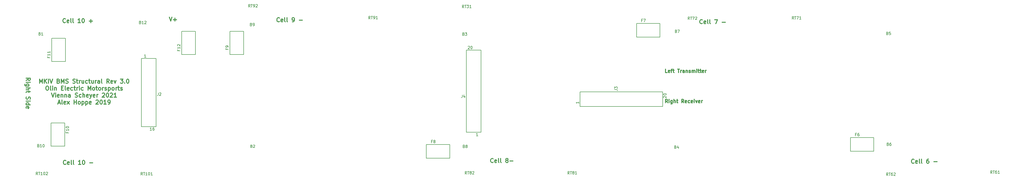
<source format=gbr>
G04 #@! TF.GenerationSoftware,KiCad,Pcbnew,5.0.2-bee76a0~70~ubuntu16.04.1*
G04 #@! TF.CreationDate,2019-05-02T01:50:19-04:00*
G04 #@! TF.ProjectId,BMS_Structural,424d535f-5374-4727-9563-747572616c2e,rev?*
G04 #@! TF.SameCoordinates,Original*
G04 #@! TF.FileFunction,Legend,Top*
G04 #@! TF.FilePolarity,Positive*
%FSLAX46Y46*%
G04 Gerber Fmt 4.6, Leading zero omitted, Abs format (unit mm)*
G04 Created by KiCad (PCBNEW 5.0.2-bee76a0~70~ubuntu16.04.1) date Thu 02 May 2019 01:50:19 AM EDT*
%MOMM*%
%LPD*%
G01*
G04 APERTURE LIST*
%ADD10C,0.300000*%
%ADD11C,0.150000*%
G04 APERTURE END LIST*
D10*
X22581828Y-49304571D02*
X22581828Y-47804571D01*
X23081828Y-48876000D01*
X23581828Y-47804571D01*
X23581828Y-49304571D01*
X24296114Y-49304571D02*
X24296114Y-47804571D01*
X25153257Y-49304571D02*
X24510400Y-48447428D01*
X25153257Y-47804571D02*
X24296114Y-48661714D01*
X25796114Y-49304571D02*
X25796114Y-47804571D01*
X26296114Y-47804571D02*
X26796114Y-49304571D01*
X27296114Y-47804571D01*
X29438971Y-48518857D02*
X29653257Y-48590285D01*
X29724685Y-48661714D01*
X29796114Y-48804571D01*
X29796114Y-49018857D01*
X29724685Y-49161714D01*
X29653257Y-49233142D01*
X29510400Y-49304571D01*
X28938971Y-49304571D01*
X28938971Y-47804571D01*
X29438971Y-47804571D01*
X29581828Y-47876000D01*
X29653257Y-47947428D01*
X29724685Y-48090285D01*
X29724685Y-48233142D01*
X29653257Y-48376000D01*
X29581828Y-48447428D01*
X29438971Y-48518857D01*
X28938971Y-48518857D01*
X30438971Y-49304571D02*
X30438971Y-47804571D01*
X30938971Y-48876000D01*
X31438971Y-47804571D01*
X31438971Y-49304571D01*
X32081828Y-49233142D02*
X32296114Y-49304571D01*
X32653257Y-49304571D01*
X32796114Y-49233142D01*
X32867542Y-49161714D01*
X32938971Y-49018857D01*
X32938971Y-48876000D01*
X32867542Y-48733142D01*
X32796114Y-48661714D01*
X32653257Y-48590285D01*
X32367542Y-48518857D01*
X32224685Y-48447428D01*
X32153257Y-48376000D01*
X32081828Y-48233142D01*
X32081828Y-48090285D01*
X32153257Y-47947428D01*
X32224685Y-47876000D01*
X32367542Y-47804571D01*
X32724685Y-47804571D01*
X32938971Y-47876000D01*
X34653257Y-49233142D02*
X34867542Y-49304571D01*
X35224685Y-49304571D01*
X35367542Y-49233142D01*
X35438971Y-49161714D01*
X35510400Y-49018857D01*
X35510400Y-48876000D01*
X35438971Y-48733142D01*
X35367542Y-48661714D01*
X35224685Y-48590285D01*
X34938971Y-48518857D01*
X34796114Y-48447428D01*
X34724685Y-48376000D01*
X34653257Y-48233142D01*
X34653257Y-48090285D01*
X34724685Y-47947428D01*
X34796114Y-47876000D01*
X34938971Y-47804571D01*
X35296114Y-47804571D01*
X35510400Y-47876000D01*
X35938971Y-48304571D02*
X36510400Y-48304571D01*
X36153257Y-47804571D02*
X36153257Y-49090285D01*
X36224685Y-49233142D01*
X36367542Y-49304571D01*
X36510400Y-49304571D01*
X37010400Y-49304571D02*
X37010400Y-48304571D01*
X37010400Y-48590285D02*
X37081828Y-48447428D01*
X37153257Y-48376000D01*
X37296114Y-48304571D01*
X37438971Y-48304571D01*
X38581828Y-48304571D02*
X38581828Y-49304571D01*
X37938971Y-48304571D02*
X37938971Y-49090285D01*
X38010400Y-49233142D01*
X38153257Y-49304571D01*
X38367542Y-49304571D01*
X38510400Y-49233142D01*
X38581828Y-49161714D01*
X39938971Y-49233142D02*
X39796114Y-49304571D01*
X39510400Y-49304571D01*
X39367542Y-49233142D01*
X39296114Y-49161714D01*
X39224685Y-49018857D01*
X39224685Y-48590285D01*
X39296114Y-48447428D01*
X39367542Y-48376000D01*
X39510400Y-48304571D01*
X39796114Y-48304571D01*
X39938971Y-48376000D01*
X40367542Y-48304571D02*
X40938971Y-48304571D01*
X40581828Y-47804571D02*
X40581828Y-49090285D01*
X40653257Y-49233142D01*
X40796114Y-49304571D01*
X40938971Y-49304571D01*
X42081828Y-48304571D02*
X42081828Y-49304571D01*
X41438971Y-48304571D02*
X41438971Y-49090285D01*
X41510400Y-49233142D01*
X41653257Y-49304571D01*
X41867542Y-49304571D01*
X42010400Y-49233142D01*
X42081828Y-49161714D01*
X42796114Y-49304571D02*
X42796114Y-48304571D01*
X42796114Y-48590285D02*
X42867542Y-48447428D01*
X42938971Y-48376000D01*
X43081828Y-48304571D01*
X43224685Y-48304571D01*
X44367542Y-49304571D02*
X44367542Y-48518857D01*
X44296114Y-48376000D01*
X44153257Y-48304571D01*
X43867542Y-48304571D01*
X43724685Y-48376000D01*
X44367542Y-49233142D02*
X44224685Y-49304571D01*
X43867542Y-49304571D01*
X43724685Y-49233142D01*
X43653257Y-49090285D01*
X43653257Y-48947428D01*
X43724685Y-48804571D01*
X43867542Y-48733142D01*
X44224685Y-48733142D01*
X44367542Y-48661714D01*
X45296114Y-49304571D02*
X45153257Y-49233142D01*
X45081828Y-49090285D01*
X45081828Y-47804571D01*
X47867542Y-49304571D02*
X47367542Y-48590285D01*
X47010400Y-49304571D02*
X47010400Y-47804571D01*
X47581828Y-47804571D01*
X47724685Y-47876000D01*
X47796114Y-47947428D01*
X47867542Y-48090285D01*
X47867542Y-48304571D01*
X47796114Y-48447428D01*
X47724685Y-48518857D01*
X47581828Y-48590285D01*
X47010400Y-48590285D01*
X49081828Y-49233142D02*
X48938971Y-49304571D01*
X48653257Y-49304571D01*
X48510400Y-49233142D01*
X48438971Y-49090285D01*
X48438971Y-48518857D01*
X48510400Y-48376000D01*
X48653257Y-48304571D01*
X48938971Y-48304571D01*
X49081828Y-48376000D01*
X49153257Y-48518857D01*
X49153257Y-48661714D01*
X48438971Y-48804571D01*
X49653257Y-48304571D02*
X50010400Y-49304571D01*
X50367542Y-48304571D01*
X51938971Y-47804571D02*
X52867542Y-47804571D01*
X52367542Y-48376000D01*
X52581828Y-48376000D01*
X52724685Y-48447428D01*
X52796114Y-48518857D01*
X52867542Y-48661714D01*
X52867542Y-49018857D01*
X52796114Y-49161714D01*
X52724685Y-49233142D01*
X52581828Y-49304571D01*
X52153257Y-49304571D01*
X52010400Y-49233142D01*
X51938971Y-49161714D01*
X53510400Y-49161714D02*
X53581828Y-49233142D01*
X53510400Y-49304571D01*
X53438971Y-49233142D01*
X53510400Y-49161714D01*
X53510400Y-49304571D01*
X54510400Y-47804571D02*
X54653257Y-47804571D01*
X54796114Y-47876000D01*
X54867542Y-47947428D01*
X54938971Y-48090285D01*
X55010400Y-48376000D01*
X55010400Y-48733142D01*
X54938971Y-49018857D01*
X54867542Y-49161714D01*
X54796114Y-49233142D01*
X54653257Y-49304571D01*
X54510400Y-49304571D01*
X54367542Y-49233142D01*
X54296114Y-49161714D01*
X54224685Y-49018857D01*
X54153257Y-48733142D01*
X54153257Y-48376000D01*
X54224685Y-48090285D01*
X54296114Y-47947428D01*
X54367542Y-47876000D01*
X54510400Y-47804571D01*
X25224685Y-50354571D02*
X25510399Y-50354571D01*
X25653257Y-50426000D01*
X25796114Y-50568857D01*
X25867542Y-50854571D01*
X25867542Y-51354571D01*
X25796114Y-51640285D01*
X25653257Y-51783142D01*
X25510399Y-51854571D01*
X25224685Y-51854571D01*
X25081828Y-51783142D01*
X24938971Y-51640285D01*
X24867542Y-51354571D01*
X24867542Y-50854571D01*
X24938971Y-50568857D01*
X25081828Y-50426000D01*
X25224685Y-50354571D01*
X26724685Y-51854571D02*
X26581828Y-51783142D01*
X26510399Y-51640285D01*
X26510399Y-50354571D01*
X27296114Y-51854571D02*
X27296114Y-50854571D01*
X27296114Y-50354571D02*
X27224685Y-50426000D01*
X27296114Y-50497428D01*
X27367542Y-50426000D01*
X27296114Y-50354571D01*
X27296114Y-50497428D01*
X28010399Y-50854571D02*
X28010399Y-51854571D01*
X28010399Y-50997428D02*
X28081828Y-50926000D01*
X28224685Y-50854571D01*
X28438971Y-50854571D01*
X28581828Y-50926000D01*
X28653257Y-51068857D01*
X28653257Y-51854571D01*
X30510399Y-51068857D02*
X31010399Y-51068857D01*
X31224685Y-51854571D02*
X30510399Y-51854571D01*
X30510399Y-50354571D01*
X31224685Y-50354571D01*
X32081828Y-51854571D02*
X31938971Y-51783142D01*
X31867542Y-51640285D01*
X31867542Y-50354571D01*
X33224685Y-51783142D02*
X33081828Y-51854571D01*
X32796114Y-51854571D01*
X32653257Y-51783142D01*
X32581828Y-51640285D01*
X32581828Y-51068857D01*
X32653257Y-50926000D01*
X32796114Y-50854571D01*
X33081828Y-50854571D01*
X33224685Y-50926000D01*
X33296114Y-51068857D01*
X33296114Y-51211714D01*
X32581828Y-51354571D01*
X34581828Y-51783142D02*
X34438971Y-51854571D01*
X34153257Y-51854571D01*
X34010400Y-51783142D01*
X33938971Y-51711714D01*
X33867542Y-51568857D01*
X33867542Y-51140285D01*
X33938971Y-50997428D01*
X34010400Y-50926000D01*
X34153257Y-50854571D01*
X34438971Y-50854571D01*
X34581828Y-50926000D01*
X35010400Y-50854571D02*
X35581828Y-50854571D01*
X35224685Y-50354571D02*
X35224685Y-51640285D01*
X35296114Y-51783142D01*
X35438971Y-51854571D01*
X35581828Y-51854571D01*
X36081828Y-51854571D02*
X36081828Y-50854571D01*
X36081828Y-51140285D02*
X36153257Y-50997428D01*
X36224685Y-50926000D01*
X36367542Y-50854571D01*
X36510399Y-50854571D01*
X37010399Y-51854571D02*
X37010399Y-50854571D01*
X37010399Y-50354571D02*
X36938971Y-50426000D01*
X37010399Y-50497428D01*
X37081828Y-50426000D01*
X37010399Y-50354571D01*
X37010399Y-50497428D01*
X38367542Y-51783142D02*
X38224685Y-51854571D01*
X37938971Y-51854571D01*
X37796114Y-51783142D01*
X37724685Y-51711714D01*
X37653257Y-51568857D01*
X37653257Y-51140285D01*
X37724685Y-50997428D01*
X37796114Y-50926000D01*
X37938971Y-50854571D01*
X38224685Y-50854571D01*
X38367542Y-50926000D01*
X40153257Y-51854571D02*
X40153257Y-50354571D01*
X40653257Y-51426000D01*
X41153257Y-50354571D01*
X41153257Y-51854571D01*
X42081828Y-51854571D02*
X41938971Y-51783142D01*
X41867542Y-51711714D01*
X41796114Y-51568857D01*
X41796114Y-51140285D01*
X41867542Y-50997428D01*
X41938971Y-50926000D01*
X42081828Y-50854571D01*
X42296114Y-50854571D01*
X42438971Y-50926000D01*
X42510399Y-50997428D01*
X42581828Y-51140285D01*
X42581828Y-51568857D01*
X42510399Y-51711714D01*
X42438971Y-51783142D01*
X42296114Y-51854571D01*
X42081828Y-51854571D01*
X43010399Y-50854571D02*
X43581828Y-50854571D01*
X43224685Y-50354571D02*
X43224685Y-51640285D01*
X43296114Y-51783142D01*
X43438971Y-51854571D01*
X43581828Y-51854571D01*
X44296114Y-51854571D02*
X44153257Y-51783142D01*
X44081828Y-51711714D01*
X44010400Y-51568857D01*
X44010400Y-51140285D01*
X44081828Y-50997428D01*
X44153257Y-50926000D01*
X44296114Y-50854571D01*
X44510400Y-50854571D01*
X44653257Y-50926000D01*
X44724685Y-50997428D01*
X44796114Y-51140285D01*
X44796114Y-51568857D01*
X44724685Y-51711714D01*
X44653257Y-51783142D01*
X44510400Y-51854571D01*
X44296114Y-51854571D01*
X45438971Y-51854571D02*
X45438971Y-50854571D01*
X45438971Y-51140285D02*
X45510400Y-50997428D01*
X45581828Y-50926000D01*
X45724685Y-50854571D01*
X45867542Y-50854571D01*
X46296114Y-51783142D02*
X46438971Y-51854571D01*
X46724685Y-51854571D01*
X46867542Y-51783142D01*
X46938971Y-51640285D01*
X46938971Y-51568857D01*
X46867542Y-51426000D01*
X46724685Y-51354571D01*
X46510400Y-51354571D01*
X46367542Y-51283142D01*
X46296114Y-51140285D01*
X46296114Y-51068857D01*
X46367542Y-50926000D01*
X46510400Y-50854571D01*
X46724685Y-50854571D01*
X46867542Y-50926000D01*
X47581828Y-50854571D02*
X47581828Y-52354571D01*
X47581828Y-50926000D02*
X47724685Y-50854571D01*
X48010400Y-50854571D01*
X48153257Y-50926000D01*
X48224685Y-50997428D01*
X48296114Y-51140285D01*
X48296114Y-51568857D01*
X48224685Y-51711714D01*
X48153257Y-51783142D01*
X48010400Y-51854571D01*
X47724685Y-51854571D01*
X47581828Y-51783142D01*
X49153257Y-51854571D02*
X49010400Y-51783142D01*
X48938971Y-51711714D01*
X48867542Y-51568857D01*
X48867542Y-51140285D01*
X48938971Y-50997428D01*
X49010400Y-50926000D01*
X49153257Y-50854571D01*
X49367542Y-50854571D01*
X49510400Y-50926000D01*
X49581828Y-50997428D01*
X49653257Y-51140285D01*
X49653257Y-51568857D01*
X49581828Y-51711714D01*
X49510400Y-51783142D01*
X49367542Y-51854571D01*
X49153257Y-51854571D01*
X50296114Y-51854571D02*
X50296114Y-50854571D01*
X50296114Y-51140285D02*
X50367542Y-50997428D01*
X50438971Y-50926000D01*
X50581828Y-50854571D01*
X50724685Y-50854571D01*
X51010400Y-50854571D02*
X51581828Y-50854571D01*
X51224685Y-50354571D02*
X51224685Y-51640285D01*
X51296114Y-51783142D01*
X51438971Y-51854571D01*
X51581828Y-51854571D01*
X52010400Y-51783142D02*
X52153257Y-51854571D01*
X52438971Y-51854571D01*
X52581828Y-51783142D01*
X52653257Y-51640285D01*
X52653257Y-51568857D01*
X52581828Y-51426000D01*
X52438971Y-51354571D01*
X52224685Y-51354571D01*
X52081828Y-51283142D01*
X52010400Y-51140285D01*
X52010400Y-51068857D01*
X52081828Y-50926000D01*
X52224685Y-50854571D01*
X52438971Y-50854571D01*
X52581828Y-50926000D01*
X26867542Y-52904571D02*
X27367542Y-54404571D01*
X27867542Y-52904571D01*
X28367542Y-54404571D02*
X28367542Y-53404571D01*
X28367542Y-52904571D02*
X28296114Y-52976000D01*
X28367542Y-53047428D01*
X28438971Y-52976000D01*
X28367542Y-52904571D01*
X28367542Y-53047428D01*
X29653257Y-54333142D02*
X29510400Y-54404571D01*
X29224685Y-54404571D01*
X29081828Y-54333142D01*
X29010400Y-54190285D01*
X29010400Y-53618857D01*
X29081828Y-53476000D01*
X29224685Y-53404571D01*
X29510400Y-53404571D01*
X29653257Y-53476000D01*
X29724685Y-53618857D01*
X29724685Y-53761714D01*
X29010400Y-53904571D01*
X30367542Y-53404571D02*
X30367542Y-54404571D01*
X30367542Y-53547428D02*
X30438971Y-53476000D01*
X30581828Y-53404571D01*
X30796114Y-53404571D01*
X30938971Y-53476000D01*
X31010400Y-53618857D01*
X31010400Y-54404571D01*
X31724685Y-53404571D02*
X31724685Y-54404571D01*
X31724685Y-53547428D02*
X31796114Y-53476000D01*
X31938971Y-53404571D01*
X32153257Y-53404571D01*
X32296114Y-53476000D01*
X32367542Y-53618857D01*
X32367542Y-54404571D01*
X33724685Y-54404571D02*
X33724685Y-53618857D01*
X33653257Y-53476000D01*
X33510400Y-53404571D01*
X33224685Y-53404571D01*
X33081828Y-53476000D01*
X33724685Y-54333142D02*
X33581828Y-54404571D01*
X33224685Y-54404571D01*
X33081828Y-54333142D01*
X33010400Y-54190285D01*
X33010400Y-54047428D01*
X33081828Y-53904571D01*
X33224685Y-53833142D01*
X33581828Y-53833142D01*
X33724685Y-53761714D01*
X35510400Y-54333142D02*
X35724685Y-54404571D01*
X36081828Y-54404571D01*
X36224685Y-54333142D01*
X36296114Y-54261714D01*
X36367542Y-54118857D01*
X36367542Y-53976000D01*
X36296114Y-53833142D01*
X36224685Y-53761714D01*
X36081828Y-53690285D01*
X35796114Y-53618857D01*
X35653257Y-53547428D01*
X35581828Y-53476000D01*
X35510400Y-53333142D01*
X35510400Y-53190285D01*
X35581828Y-53047428D01*
X35653257Y-52976000D01*
X35796114Y-52904571D01*
X36153257Y-52904571D01*
X36367542Y-52976000D01*
X37653257Y-54333142D02*
X37510400Y-54404571D01*
X37224685Y-54404571D01*
X37081828Y-54333142D01*
X37010400Y-54261714D01*
X36938971Y-54118857D01*
X36938971Y-53690285D01*
X37010400Y-53547428D01*
X37081828Y-53476000D01*
X37224685Y-53404571D01*
X37510400Y-53404571D01*
X37653257Y-53476000D01*
X38296114Y-54404571D02*
X38296114Y-52904571D01*
X38938971Y-54404571D02*
X38938971Y-53618857D01*
X38867542Y-53476000D01*
X38724685Y-53404571D01*
X38510400Y-53404571D01*
X38367542Y-53476000D01*
X38296114Y-53547428D01*
X40224685Y-54333142D02*
X40081828Y-54404571D01*
X39796114Y-54404571D01*
X39653257Y-54333142D01*
X39581828Y-54190285D01*
X39581828Y-53618857D01*
X39653257Y-53476000D01*
X39796114Y-53404571D01*
X40081828Y-53404571D01*
X40224685Y-53476000D01*
X40296114Y-53618857D01*
X40296114Y-53761714D01*
X39581828Y-53904571D01*
X40796114Y-53404571D02*
X41153257Y-54404571D01*
X41510400Y-53404571D02*
X41153257Y-54404571D01*
X41010400Y-54761714D01*
X40938971Y-54833142D01*
X40796114Y-54904571D01*
X42653257Y-54333142D02*
X42510400Y-54404571D01*
X42224685Y-54404571D01*
X42081828Y-54333142D01*
X42010400Y-54190285D01*
X42010400Y-53618857D01*
X42081828Y-53476000D01*
X42224685Y-53404571D01*
X42510400Y-53404571D01*
X42653257Y-53476000D01*
X42724685Y-53618857D01*
X42724685Y-53761714D01*
X42010400Y-53904571D01*
X43367542Y-54404571D02*
X43367542Y-53404571D01*
X43367542Y-53690285D02*
X43438971Y-53547428D01*
X43510400Y-53476000D01*
X43653257Y-53404571D01*
X43796114Y-53404571D01*
X45367542Y-53047428D02*
X45438971Y-52976000D01*
X45581828Y-52904571D01*
X45938971Y-52904571D01*
X46081828Y-52976000D01*
X46153257Y-53047428D01*
X46224685Y-53190285D01*
X46224685Y-53333142D01*
X46153257Y-53547428D01*
X45296114Y-54404571D01*
X46224685Y-54404571D01*
X47153257Y-52904571D02*
X47296114Y-52904571D01*
X47438971Y-52976000D01*
X47510400Y-53047428D01*
X47581828Y-53190285D01*
X47653257Y-53476000D01*
X47653257Y-53833142D01*
X47581828Y-54118857D01*
X47510400Y-54261714D01*
X47438971Y-54333142D01*
X47296114Y-54404571D01*
X47153257Y-54404571D01*
X47010400Y-54333142D01*
X46938971Y-54261714D01*
X46867542Y-54118857D01*
X46796114Y-53833142D01*
X46796114Y-53476000D01*
X46867542Y-53190285D01*
X46938971Y-53047428D01*
X47010400Y-52976000D01*
X47153257Y-52904571D01*
X48224685Y-53047428D02*
X48296114Y-52976000D01*
X48438971Y-52904571D01*
X48796114Y-52904571D01*
X48938971Y-52976000D01*
X49010400Y-53047428D01*
X49081828Y-53190285D01*
X49081828Y-53333142D01*
X49010400Y-53547428D01*
X48153257Y-54404571D01*
X49081828Y-54404571D01*
X50510400Y-54404571D02*
X49653257Y-54404571D01*
X50081828Y-54404571D02*
X50081828Y-52904571D01*
X49938971Y-53118857D01*
X49796114Y-53261714D01*
X49653257Y-53333142D01*
X29296114Y-56526000D02*
X30010400Y-56526000D01*
X29153257Y-56954571D02*
X29653257Y-55454571D01*
X30153257Y-56954571D01*
X30867542Y-56954571D02*
X30724685Y-56883142D01*
X30653257Y-56740285D01*
X30653257Y-55454571D01*
X32010400Y-56883142D02*
X31867542Y-56954571D01*
X31581828Y-56954571D01*
X31438971Y-56883142D01*
X31367542Y-56740285D01*
X31367542Y-56168857D01*
X31438971Y-56026000D01*
X31581828Y-55954571D01*
X31867542Y-55954571D01*
X32010400Y-56026000D01*
X32081828Y-56168857D01*
X32081828Y-56311714D01*
X31367542Y-56454571D01*
X32581828Y-56954571D02*
X33367542Y-55954571D01*
X32581828Y-55954571D02*
X33367542Y-56954571D01*
X35081828Y-56954571D02*
X35081828Y-55454571D01*
X35081828Y-56168857D02*
X35938971Y-56168857D01*
X35938971Y-56954571D02*
X35938971Y-55454571D01*
X36867542Y-56954571D02*
X36724685Y-56883142D01*
X36653257Y-56811714D01*
X36581828Y-56668857D01*
X36581828Y-56240285D01*
X36653257Y-56097428D01*
X36724685Y-56026000D01*
X36867542Y-55954571D01*
X37081828Y-55954571D01*
X37224685Y-56026000D01*
X37296114Y-56097428D01*
X37367542Y-56240285D01*
X37367542Y-56668857D01*
X37296114Y-56811714D01*
X37224685Y-56883142D01*
X37081828Y-56954571D01*
X36867542Y-56954571D01*
X38010400Y-55954571D02*
X38010400Y-57454571D01*
X38010400Y-56026000D02*
X38153257Y-55954571D01*
X38438971Y-55954571D01*
X38581828Y-56026000D01*
X38653257Y-56097428D01*
X38724685Y-56240285D01*
X38724685Y-56668857D01*
X38653257Y-56811714D01*
X38581828Y-56883142D01*
X38438971Y-56954571D01*
X38153257Y-56954571D01*
X38010400Y-56883142D01*
X39367542Y-55954571D02*
X39367542Y-57454571D01*
X39367542Y-56026000D02*
X39510400Y-55954571D01*
X39796114Y-55954571D01*
X39938971Y-56026000D01*
X40010400Y-56097428D01*
X40081828Y-56240285D01*
X40081828Y-56668857D01*
X40010400Y-56811714D01*
X39938971Y-56883142D01*
X39796114Y-56954571D01*
X39510400Y-56954571D01*
X39367542Y-56883142D01*
X41296114Y-56883142D02*
X41153257Y-56954571D01*
X40867542Y-56954571D01*
X40724685Y-56883142D01*
X40653257Y-56740285D01*
X40653257Y-56168857D01*
X40724685Y-56026000D01*
X40867542Y-55954571D01*
X41153257Y-55954571D01*
X41296114Y-56026000D01*
X41367542Y-56168857D01*
X41367542Y-56311714D01*
X40653257Y-56454571D01*
X43081828Y-55597428D02*
X43153257Y-55526000D01*
X43296114Y-55454571D01*
X43653257Y-55454571D01*
X43796114Y-55526000D01*
X43867542Y-55597428D01*
X43938971Y-55740285D01*
X43938971Y-55883142D01*
X43867542Y-56097428D01*
X43010400Y-56954571D01*
X43938971Y-56954571D01*
X44867542Y-55454571D02*
X45010400Y-55454571D01*
X45153257Y-55526000D01*
X45224685Y-55597428D01*
X45296114Y-55740285D01*
X45367542Y-56026000D01*
X45367542Y-56383142D01*
X45296114Y-56668857D01*
X45224685Y-56811714D01*
X45153257Y-56883142D01*
X45010400Y-56954571D01*
X44867542Y-56954571D01*
X44724685Y-56883142D01*
X44653257Y-56811714D01*
X44581828Y-56668857D01*
X44510400Y-56383142D01*
X44510400Y-56026000D01*
X44581828Y-55740285D01*
X44653257Y-55597428D01*
X44724685Y-55526000D01*
X44867542Y-55454571D01*
X46796114Y-56954571D02*
X45938971Y-56954571D01*
X46367542Y-56954571D02*
X46367542Y-55454571D01*
X46224685Y-55668857D01*
X46081828Y-55811714D01*
X45938971Y-55883142D01*
X47510400Y-56954571D02*
X47796114Y-56954571D01*
X47938971Y-56883142D01*
X48010400Y-56811714D01*
X48153257Y-56597428D01*
X48224685Y-56311714D01*
X48224685Y-55740285D01*
X48153257Y-55597428D01*
X48081828Y-55526000D01*
X47938971Y-55454571D01*
X47653257Y-55454571D01*
X47510400Y-55526000D01*
X47438971Y-55597428D01*
X47367542Y-55740285D01*
X47367542Y-56097428D01*
X47438971Y-56240285D01*
X47510400Y-56311714D01*
X47653257Y-56383142D01*
X47938971Y-56383142D01*
X48081828Y-56311714D01*
X48153257Y-56240285D01*
X48224685Y-56097428D01*
X31959314Y-27078714D02*
X31887885Y-27150142D01*
X31673600Y-27221571D01*
X31530742Y-27221571D01*
X31316457Y-27150142D01*
X31173600Y-27007285D01*
X31102171Y-26864428D01*
X31030742Y-26578714D01*
X31030742Y-26364428D01*
X31102171Y-26078714D01*
X31173600Y-25935857D01*
X31316457Y-25793000D01*
X31530742Y-25721571D01*
X31673600Y-25721571D01*
X31887885Y-25793000D01*
X31959314Y-25864428D01*
X33173600Y-27150142D02*
X33030742Y-27221571D01*
X32745028Y-27221571D01*
X32602171Y-27150142D01*
X32530742Y-27007285D01*
X32530742Y-26435857D01*
X32602171Y-26293000D01*
X32745028Y-26221571D01*
X33030742Y-26221571D01*
X33173600Y-26293000D01*
X33245028Y-26435857D01*
X33245028Y-26578714D01*
X32530742Y-26721571D01*
X34102171Y-27221571D02*
X33959314Y-27150142D01*
X33887885Y-27007285D01*
X33887885Y-25721571D01*
X34887885Y-27221571D02*
X34745028Y-27150142D01*
X34673600Y-27007285D01*
X34673600Y-25721571D01*
X37387885Y-27221571D02*
X36530742Y-27221571D01*
X36959314Y-27221571D02*
X36959314Y-25721571D01*
X36816457Y-25935857D01*
X36673600Y-26078714D01*
X36530742Y-26150142D01*
X38316457Y-25721571D02*
X38459314Y-25721571D01*
X38602171Y-25793000D01*
X38673600Y-25864428D01*
X38745028Y-26007285D01*
X38816457Y-26293000D01*
X38816457Y-26650142D01*
X38745028Y-26935857D01*
X38673600Y-27078714D01*
X38602171Y-27150142D01*
X38459314Y-27221571D01*
X38316457Y-27221571D01*
X38173600Y-27150142D01*
X38102171Y-27078714D01*
X38030742Y-26935857D01*
X37959314Y-26650142D01*
X37959314Y-26293000D01*
X38030742Y-26007285D01*
X38102171Y-25864428D01*
X38173600Y-25793000D01*
X38316457Y-25721571D01*
X40602171Y-26650142D02*
X41745028Y-26650142D01*
X41173600Y-27221571D02*
X41173600Y-26078714D01*
X32111714Y-78818514D02*
X32040285Y-78889942D01*
X31826000Y-78961371D01*
X31683142Y-78961371D01*
X31468857Y-78889942D01*
X31326000Y-78747085D01*
X31254571Y-78604228D01*
X31183142Y-78318514D01*
X31183142Y-78104228D01*
X31254571Y-77818514D01*
X31326000Y-77675657D01*
X31468857Y-77532800D01*
X31683142Y-77461371D01*
X31826000Y-77461371D01*
X32040285Y-77532800D01*
X32111714Y-77604228D01*
X33326000Y-78889942D02*
X33183142Y-78961371D01*
X32897428Y-78961371D01*
X32754571Y-78889942D01*
X32683142Y-78747085D01*
X32683142Y-78175657D01*
X32754571Y-78032800D01*
X32897428Y-77961371D01*
X33183142Y-77961371D01*
X33326000Y-78032800D01*
X33397428Y-78175657D01*
X33397428Y-78318514D01*
X32683142Y-78461371D01*
X34254571Y-78961371D02*
X34111714Y-78889942D01*
X34040285Y-78747085D01*
X34040285Y-77461371D01*
X35040285Y-78961371D02*
X34897428Y-78889942D01*
X34826000Y-78747085D01*
X34826000Y-77461371D01*
X37540285Y-78961371D02*
X36683142Y-78961371D01*
X37111714Y-78961371D02*
X37111714Y-77461371D01*
X36968857Y-77675657D01*
X36826000Y-77818514D01*
X36683142Y-77889942D01*
X38468857Y-77461371D02*
X38611714Y-77461371D01*
X38754571Y-77532800D01*
X38826000Y-77604228D01*
X38897428Y-77747085D01*
X38968857Y-78032800D01*
X38968857Y-78389942D01*
X38897428Y-78675657D01*
X38826000Y-78818514D01*
X38754571Y-78889942D01*
X38611714Y-78961371D01*
X38468857Y-78961371D01*
X38326000Y-78889942D01*
X38254571Y-78818514D01*
X38183142Y-78675657D01*
X38111714Y-78389942D01*
X38111714Y-78032800D01*
X38183142Y-77747085D01*
X38254571Y-77604228D01*
X38326000Y-77532800D01*
X38468857Y-77461371D01*
X40754571Y-78389942D02*
X41897428Y-78389942D01*
X109737200Y-26773914D02*
X109665771Y-26845342D01*
X109451485Y-26916771D01*
X109308628Y-26916771D01*
X109094342Y-26845342D01*
X108951485Y-26702485D01*
X108880057Y-26559628D01*
X108808628Y-26273914D01*
X108808628Y-26059628D01*
X108880057Y-25773914D01*
X108951485Y-25631057D01*
X109094342Y-25488200D01*
X109308628Y-25416771D01*
X109451485Y-25416771D01*
X109665771Y-25488200D01*
X109737200Y-25559628D01*
X110951485Y-26845342D02*
X110808628Y-26916771D01*
X110522914Y-26916771D01*
X110380057Y-26845342D01*
X110308628Y-26702485D01*
X110308628Y-26131057D01*
X110380057Y-25988200D01*
X110522914Y-25916771D01*
X110808628Y-25916771D01*
X110951485Y-25988200D01*
X111022914Y-26131057D01*
X111022914Y-26273914D01*
X110308628Y-26416771D01*
X111880057Y-26916771D02*
X111737200Y-26845342D01*
X111665771Y-26702485D01*
X111665771Y-25416771D01*
X112665771Y-26916771D02*
X112522914Y-26845342D01*
X112451485Y-26702485D01*
X112451485Y-25416771D01*
X114451485Y-26916771D02*
X114737200Y-26916771D01*
X114880057Y-26845342D01*
X114951485Y-26773914D01*
X115094342Y-26559628D01*
X115165771Y-26273914D01*
X115165771Y-25702485D01*
X115094342Y-25559628D01*
X115022914Y-25488200D01*
X114880057Y-25416771D01*
X114594342Y-25416771D01*
X114451485Y-25488200D01*
X114380057Y-25559628D01*
X114308628Y-25702485D01*
X114308628Y-26059628D01*
X114380057Y-26202485D01*
X114451485Y-26273914D01*
X114594342Y-26345342D01*
X114880057Y-26345342D01*
X115022914Y-26273914D01*
X115094342Y-26202485D01*
X115165771Y-26059628D01*
X116951485Y-26345342D02*
X118094342Y-26345342D01*
X187423028Y-78132714D02*
X187351600Y-78204142D01*
X187137314Y-78275571D01*
X186994457Y-78275571D01*
X186780171Y-78204142D01*
X186637314Y-78061285D01*
X186565885Y-77918428D01*
X186494457Y-77632714D01*
X186494457Y-77418428D01*
X186565885Y-77132714D01*
X186637314Y-76989857D01*
X186780171Y-76847000D01*
X186994457Y-76775571D01*
X187137314Y-76775571D01*
X187351600Y-76847000D01*
X187423028Y-76918428D01*
X188637314Y-78204142D02*
X188494457Y-78275571D01*
X188208742Y-78275571D01*
X188065885Y-78204142D01*
X187994457Y-78061285D01*
X187994457Y-77489857D01*
X188065885Y-77347000D01*
X188208742Y-77275571D01*
X188494457Y-77275571D01*
X188637314Y-77347000D01*
X188708742Y-77489857D01*
X188708742Y-77632714D01*
X187994457Y-77775571D01*
X189565885Y-78275571D02*
X189423028Y-78204142D01*
X189351600Y-78061285D01*
X189351600Y-76775571D01*
X190351600Y-78275571D02*
X190208742Y-78204142D01*
X190137314Y-78061285D01*
X190137314Y-76775571D01*
X192280171Y-77418428D02*
X192137314Y-77347000D01*
X192065885Y-77275571D01*
X191994457Y-77132714D01*
X191994457Y-77061285D01*
X192065885Y-76918428D01*
X192137314Y-76847000D01*
X192280171Y-76775571D01*
X192565885Y-76775571D01*
X192708742Y-76847000D01*
X192780171Y-76918428D01*
X192851600Y-77061285D01*
X192851600Y-77132714D01*
X192780171Y-77275571D01*
X192708742Y-77347000D01*
X192565885Y-77418428D01*
X192280171Y-77418428D01*
X192137314Y-77489857D01*
X192065885Y-77561285D01*
X191994457Y-77704142D01*
X191994457Y-77989857D01*
X192065885Y-78132714D01*
X192137314Y-78204142D01*
X192280171Y-78275571D01*
X192565885Y-78275571D01*
X192708742Y-78204142D01*
X192780171Y-78132714D01*
X192851600Y-77989857D01*
X192851600Y-77704142D01*
X192780171Y-77561285D01*
X192708742Y-77489857D01*
X192565885Y-77418428D01*
X193494457Y-77704142D02*
X194637314Y-77704142D01*
X263458000Y-27459714D02*
X263386571Y-27531142D01*
X263172285Y-27602571D01*
X263029428Y-27602571D01*
X262815142Y-27531142D01*
X262672285Y-27388285D01*
X262600857Y-27245428D01*
X262529428Y-26959714D01*
X262529428Y-26745428D01*
X262600857Y-26459714D01*
X262672285Y-26316857D01*
X262815142Y-26174000D01*
X263029428Y-26102571D01*
X263172285Y-26102571D01*
X263386571Y-26174000D01*
X263458000Y-26245428D01*
X264672285Y-27531142D02*
X264529428Y-27602571D01*
X264243714Y-27602571D01*
X264100857Y-27531142D01*
X264029428Y-27388285D01*
X264029428Y-26816857D01*
X264100857Y-26674000D01*
X264243714Y-26602571D01*
X264529428Y-26602571D01*
X264672285Y-26674000D01*
X264743714Y-26816857D01*
X264743714Y-26959714D01*
X264029428Y-27102571D01*
X265600857Y-27602571D02*
X265458000Y-27531142D01*
X265386571Y-27388285D01*
X265386571Y-26102571D01*
X266386571Y-27602571D02*
X266243714Y-27531142D01*
X266172285Y-27388285D01*
X266172285Y-26102571D01*
X267958000Y-26102571D02*
X268958000Y-26102571D01*
X268315142Y-27602571D01*
X270672285Y-27031142D02*
X271815142Y-27031142D01*
X340394600Y-78412114D02*
X340323171Y-78483542D01*
X340108885Y-78554971D01*
X339966028Y-78554971D01*
X339751742Y-78483542D01*
X339608885Y-78340685D01*
X339537457Y-78197828D01*
X339466028Y-77912114D01*
X339466028Y-77697828D01*
X339537457Y-77412114D01*
X339608885Y-77269257D01*
X339751742Y-77126400D01*
X339966028Y-77054971D01*
X340108885Y-77054971D01*
X340323171Y-77126400D01*
X340394600Y-77197828D01*
X341608885Y-78483542D02*
X341466028Y-78554971D01*
X341180314Y-78554971D01*
X341037457Y-78483542D01*
X340966028Y-78340685D01*
X340966028Y-77769257D01*
X341037457Y-77626400D01*
X341180314Y-77554971D01*
X341466028Y-77554971D01*
X341608885Y-77626400D01*
X341680314Y-77769257D01*
X341680314Y-77912114D01*
X340966028Y-78054971D01*
X342537457Y-78554971D02*
X342394600Y-78483542D01*
X342323171Y-78340685D01*
X342323171Y-77054971D01*
X343323171Y-78554971D02*
X343180314Y-78483542D01*
X343108885Y-78340685D01*
X343108885Y-77054971D01*
X345680314Y-77054971D02*
X345394600Y-77054971D01*
X345251742Y-77126400D01*
X345180314Y-77197828D01*
X345037457Y-77412114D01*
X344966028Y-77697828D01*
X344966028Y-78269257D01*
X345037457Y-78412114D01*
X345108885Y-78483542D01*
X345251742Y-78554971D01*
X345537457Y-78554971D01*
X345680314Y-78483542D01*
X345751742Y-78412114D01*
X345823171Y-78269257D01*
X345823171Y-77912114D01*
X345751742Y-77769257D01*
X345680314Y-77697828D01*
X345537457Y-77626400D01*
X345251742Y-77626400D01*
X345108885Y-77697828D01*
X345037457Y-77769257D01*
X344966028Y-77912114D01*
X347608885Y-77983542D02*
X348751742Y-77983542D01*
X69691428Y-25188171D02*
X70191428Y-26688171D01*
X70691428Y-25188171D01*
X71191428Y-26116742D02*
X72334285Y-26116742D01*
X71762857Y-26688171D02*
X71762857Y-25545314D01*
X17685628Y-48316142D02*
X18399914Y-47816142D01*
X17685628Y-47459000D02*
X19185628Y-47459000D01*
X19185628Y-48030428D01*
X19114200Y-48173285D01*
X19042771Y-48244714D01*
X18899914Y-48316142D01*
X18685628Y-48316142D01*
X18542771Y-48244714D01*
X18471342Y-48173285D01*
X18399914Y-48030428D01*
X18399914Y-47459000D01*
X17685628Y-48959000D02*
X18685628Y-48959000D01*
X19185628Y-48959000D02*
X19114200Y-48887571D01*
X19042771Y-48959000D01*
X19114200Y-49030428D01*
X19185628Y-48959000D01*
X19042771Y-48959000D01*
X18685628Y-50316142D02*
X17471342Y-50316142D01*
X17328485Y-50244714D01*
X17257057Y-50173285D01*
X17185628Y-50030428D01*
X17185628Y-49816142D01*
X17257057Y-49673285D01*
X17757057Y-50316142D02*
X17685628Y-50173285D01*
X17685628Y-49887571D01*
X17757057Y-49744714D01*
X17828485Y-49673285D01*
X17971342Y-49601857D01*
X18399914Y-49601857D01*
X18542771Y-49673285D01*
X18614200Y-49744714D01*
X18685628Y-49887571D01*
X18685628Y-50173285D01*
X18614200Y-50316142D01*
X17685628Y-51030428D02*
X19185628Y-51030428D01*
X17685628Y-51673285D02*
X18471342Y-51673285D01*
X18614200Y-51601857D01*
X18685628Y-51459000D01*
X18685628Y-51244714D01*
X18614200Y-51101857D01*
X18542771Y-51030428D01*
X18685628Y-52173285D02*
X18685628Y-52744714D01*
X19185628Y-52387571D02*
X17899914Y-52387571D01*
X17757057Y-52459000D01*
X17685628Y-52601857D01*
X17685628Y-52744714D01*
X17757057Y-54316142D02*
X17685628Y-54530428D01*
X17685628Y-54887571D01*
X17757057Y-55030428D01*
X17828485Y-55101857D01*
X17971342Y-55173285D01*
X18114200Y-55173285D01*
X18257057Y-55101857D01*
X18328485Y-55030428D01*
X18399914Y-54887571D01*
X18471342Y-54601857D01*
X18542771Y-54459000D01*
X18614200Y-54387571D01*
X18757057Y-54316142D01*
X18899914Y-54316142D01*
X19042771Y-54387571D01*
X19114200Y-54459000D01*
X19185628Y-54601857D01*
X19185628Y-54959000D01*
X19114200Y-55173285D01*
X17685628Y-55816142D02*
X18685628Y-55816142D01*
X19185628Y-55816142D02*
X19114200Y-55744714D01*
X19042771Y-55816142D01*
X19114200Y-55887571D01*
X19185628Y-55816142D01*
X19042771Y-55816142D01*
X17685628Y-57173285D02*
X19185628Y-57173285D01*
X17757057Y-57173285D02*
X17685628Y-57030428D01*
X17685628Y-56744714D01*
X17757057Y-56601857D01*
X17828485Y-56530428D01*
X17971342Y-56459000D01*
X18399914Y-56459000D01*
X18542771Y-56530428D01*
X18614200Y-56601857D01*
X18685628Y-56744714D01*
X18685628Y-57030428D01*
X18614200Y-57173285D01*
X17757057Y-58459000D02*
X17685628Y-58316142D01*
X17685628Y-58030428D01*
X17757057Y-57887571D01*
X17899914Y-57816142D01*
X18471342Y-57816142D01*
X18614200Y-57887571D01*
X18685628Y-58030428D01*
X18685628Y-58316142D01*
X18614200Y-58459000D01*
X18471342Y-58530428D01*
X18328485Y-58530428D01*
X18185628Y-57816142D01*
X250821371Y-56479923D02*
X250398038Y-55875161D01*
X250095657Y-56479923D02*
X250095657Y-55209923D01*
X250579466Y-55209923D01*
X250700419Y-55270400D01*
X250760895Y-55330876D01*
X250821371Y-55451828D01*
X250821371Y-55633257D01*
X250760895Y-55754209D01*
X250700419Y-55814685D01*
X250579466Y-55875161D01*
X250095657Y-55875161D01*
X251365657Y-56479923D02*
X251365657Y-55633257D01*
X251365657Y-55209923D02*
X251305180Y-55270400D01*
X251365657Y-55330876D01*
X251426133Y-55270400D01*
X251365657Y-55209923D01*
X251365657Y-55330876D01*
X252514704Y-55633257D02*
X252514704Y-56661352D01*
X252454228Y-56782304D01*
X252393752Y-56842780D01*
X252272800Y-56903257D01*
X252091371Y-56903257D01*
X251970419Y-56842780D01*
X252514704Y-56419447D02*
X252393752Y-56479923D01*
X252151847Y-56479923D01*
X252030895Y-56419447D01*
X251970419Y-56358971D01*
X251909942Y-56238019D01*
X251909942Y-55875161D01*
X251970419Y-55754209D01*
X252030895Y-55693733D01*
X252151847Y-55633257D01*
X252393752Y-55633257D01*
X252514704Y-55693733D01*
X253119466Y-56479923D02*
X253119466Y-55209923D01*
X253663752Y-56479923D02*
X253663752Y-55814685D01*
X253603276Y-55693733D01*
X253482323Y-55633257D01*
X253300895Y-55633257D01*
X253179942Y-55693733D01*
X253119466Y-55754209D01*
X254087085Y-55633257D02*
X254570895Y-55633257D01*
X254268514Y-55209923D02*
X254268514Y-56298495D01*
X254328990Y-56419447D01*
X254449942Y-56479923D01*
X254570895Y-56479923D01*
X256687561Y-56479923D02*
X256264228Y-55875161D01*
X255961847Y-56479923D02*
X255961847Y-55209923D01*
X256445657Y-55209923D01*
X256566609Y-55270400D01*
X256627085Y-55330876D01*
X256687561Y-55451828D01*
X256687561Y-55633257D01*
X256627085Y-55754209D01*
X256566609Y-55814685D01*
X256445657Y-55875161D01*
X255961847Y-55875161D01*
X257715657Y-56419447D02*
X257594704Y-56479923D01*
X257352800Y-56479923D01*
X257231847Y-56419447D01*
X257171371Y-56298495D01*
X257171371Y-55814685D01*
X257231847Y-55693733D01*
X257352800Y-55633257D01*
X257594704Y-55633257D01*
X257715657Y-55693733D01*
X257776133Y-55814685D01*
X257776133Y-55935638D01*
X257171371Y-56056590D01*
X258864704Y-56419447D02*
X258743752Y-56479923D01*
X258501847Y-56479923D01*
X258380895Y-56419447D01*
X258320419Y-56358971D01*
X258259942Y-56238019D01*
X258259942Y-55875161D01*
X258320419Y-55754209D01*
X258380895Y-55693733D01*
X258501847Y-55633257D01*
X258743752Y-55633257D01*
X258864704Y-55693733D01*
X259892800Y-56419447D02*
X259771847Y-56479923D01*
X259529942Y-56479923D01*
X259408990Y-56419447D01*
X259348514Y-56298495D01*
X259348514Y-55814685D01*
X259408990Y-55693733D01*
X259529942Y-55633257D01*
X259771847Y-55633257D01*
X259892800Y-55693733D01*
X259953276Y-55814685D01*
X259953276Y-55935638D01*
X259348514Y-56056590D01*
X260497561Y-56479923D02*
X260497561Y-55633257D01*
X260497561Y-55209923D02*
X260437085Y-55270400D01*
X260497561Y-55330876D01*
X260558038Y-55270400D01*
X260497561Y-55209923D01*
X260497561Y-55330876D01*
X260981371Y-55633257D02*
X261283752Y-56479923D01*
X261586133Y-55633257D01*
X262553752Y-56419447D02*
X262432800Y-56479923D01*
X262190895Y-56479923D01*
X262069942Y-56419447D01*
X262009466Y-56298495D01*
X262009466Y-55814685D01*
X262069942Y-55693733D01*
X262190895Y-55633257D01*
X262432800Y-55633257D01*
X262553752Y-55693733D01*
X262614228Y-55814685D01*
X262614228Y-55935638D01*
X262009466Y-56056590D01*
X263158514Y-56479923D02*
X263158514Y-55633257D01*
X263158514Y-55875161D02*
X263218990Y-55754209D01*
X263279466Y-55693733D01*
X263400419Y-55633257D01*
X263521371Y-55633257D01*
X250690742Y-45430923D02*
X250085980Y-45430923D01*
X250085980Y-44160923D01*
X251597885Y-45370447D02*
X251476933Y-45430923D01*
X251235028Y-45430923D01*
X251114076Y-45370447D01*
X251053600Y-45249495D01*
X251053600Y-44765685D01*
X251114076Y-44644733D01*
X251235028Y-44584257D01*
X251476933Y-44584257D01*
X251597885Y-44644733D01*
X251658361Y-44765685D01*
X251658361Y-44886638D01*
X251053600Y-45007590D01*
X252021219Y-44584257D02*
X252505028Y-44584257D01*
X252202647Y-45430923D02*
X252202647Y-44342352D01*
X252263123Y-44221400D01*
X252384076Y-44160923D01*
X252505028Y-44160923D01*
X252746933Y-44584257D02*
X253230742Y-44584257D01*
X252928361Y-44160923D02*
X252928361Y-45249495D01*
X252988838Y-45370447D01*
X253109790Y-45430923D01*
X253230742Y-45430923D01*
X254440266Y-44160923D02*
X255165980Y-44160923D01*
X254803123Y-45430923D02*
X254803123Y-44160923D01*
X255589314Y-45430923D02*
X255589314Y-44584257D01*
X255589314Y-44826161D02*
X255649790Y-44705209D01*
X255710266Y-44644733D01*
X255831219Y-44584257D01*
X255952171Y-44584257D01*
X256919790Y-45430923D02*
X256919790Y-44765685D01*
X256859314Y-44644733D01*
X256738361Y-44584257D01*
X256496457Y-44584257D01*
X256375504Y-44644733D01*
X256919790Y-45370447D02*
X256798838Y-45430923D01*
X256496457Y-45430923D01*
X256375504Y-45370447D01*
X256315028Y-45249495D01*
X256315028Y-45128542D01*
X256375504Y-45007590D01*
X256496457Y-44947114D01*
X256798838Y-44947114D01*
X256919790Y-44886638D01*
X257524552Y-44584257D02*
X257524552Y-45430923D01*
X257524552Y-44705209D02*
X257585028Y-44644733D01*
X257705980Y-44584257D01*
X257887409Y-44584257D01*
X258008361Y-44644733D01*
X258068838Y-44765685D01*
X258068838Y-45430923D01*
X258613123Y-45370447D02*
X258734076Y-45430923D01*
X258975980Y-45430923D01*
X259096933Y-45370447D01*
X259157409Y-45249495D01*
X259157409Y-45189019D01*
X259096933Y-45068066D01*
X258975980Y-45007590D01*
X258794552Y-45007590D01*
X258673600Y-44947114D01*
X258613123Y-44826161D01*
X258613123Y-44765685D01*
X258673600Y-44644733D01*
X258794552Y-44584257D01*
X258975980Y-44584257D01*
X259096933Y-44644733D01*
X259701695Y-45430923D02*
X259701695Y-44584257D01*
X259701695Y-44705209D02*
X259762171Y-44644733D01*
X259883123Y-44584257D01*
X260064552Y-44584257D01*
X260185504Y-44644733D01*
X260245980Y-44765685D01*
X260245980Y-45430923D01*
X260245980Y-44765685D02*
X260306457Y-44644733D01*
X260427409Y-44584257D01*
X260608838Y-44584257D01*
X260729790Y-44644733D01*
X260790266Y-44765685D01*
X260790266Y-45430923D01*
X261395028Y-45430923D02*
X261395028Y-44584257D01*
X261395028Y-44160923D02*
X261334552Y-44221400D01*
X261395028Y-44281876D01*
X261455504Y-44221400D01*
X261395028Y-44160923D01*
X261395028Y-44281876D01*
X261818361Y-44584257D02*
X262302171Y-44584257D01*
X261999790Y-44160923D02*
X261999790Y-45249495D01*
X262060266Y-45370447D01*
X262181219Y-45430923D01*
X262302171Y-45430923D01*
X262544076Y-44584257D02*
X263027885Y-44584257D01*
X262725504Y-44160923D02*
X262725504Y-45249495D01*
X262785980Y-45370447D01*
X262906933Y-45430923D01*
X263027885Y-45430923D01*
X263935028Y-45370447D02*
X263814076Y-45430923D01*
X263572171Y-45430923D01*
X263451219Y-45370447D01*
X263390742Y-45249495D01*
X263390742Y-44765685D01*
X263451219Y-44644733D01*
X263572171Y-44584257D01*
X263814076Y-44584257D01*
X263935028Y-44644733D01*
X263995504Y-44765685D01*
X263995504Y-44886638D01*
X263390742Y-45007590D01*
X264539790Y-45430923D02*
X264539790Y-44584257D01*
X264539790Y-44826161D02*
X264600266Y-44705209D01*
X264660742Y-44644733D01*
X264781695Y-44584257D01*
X264902647Y-44584257D01*
D11*
G04 #@! TO.C,J3*
X249015200Y-57768000D02*
X249015200Y-52468000D01*
X219005200Y-57768000D02*
X219005200Y-52468000D01*
X249015200Y-57768000D02*
X219005200Y-57768000D01*
X249015200Y-52468000D02*
X219005200Y-52468000D01*
G04 #@! TO.C,J2*
X59580000Y-65170000D02*
X64880000Y-65170000D01*
X59580000Y-40240000D02*
X64880000Y-40240000D01*
X59580000Y-65170000D02*
X59580000Y-40240000D01*
X64880000Y-65170000D02*
X64880000Y-40240000D01*
G04 #@! TO.C,J4*
X182990000Y-37192000D02*
X177690000Y-37192000D01*
X182990000Y-67202000D02*
X177690000Y-67202000D01*
X182990000Y-37192000D02*
X182990000Y-67202000D01*
X177690000Y-37192000D02*
X177690000Y-67202000D01*
G04 #@! TO.C,F6*
X317270000Y-74128000D02*
X317270000Y-69128000D01*
X325770000Y-74128000D02*
X317270000Y-74128000D01*
X325770000Y-69128000D02*
X325770000Y-74128000D01*
X317270000Y-69128000D02*
X325770000Y-69128000D01*
G04 #@! TO.C,F7*
X239546000Y-27472000D02*
X248046000Y-27472000D01*
X248046000Y-27472000D02*
X248046000Y-32472000D01*
X248046000Y-32472000D02*
X239546000Y-32472000D01*
X239546000Y-32472000D02*
X239546000Y-27472000D01*
G04 #@! TO.C,F8*
X163146000Y-76668000D02*
X163146000Y-71668000D01*
X171646000Y-76668000D02*
X163146000Y-76668000D01*
X171646000Y-71668000D02*
X171646000Y-76668000D01*
X163146000Y-71668000D02*
X171646000Y-71668000D01*
G04 #@! TO.C,F9*
X91734000Y-38838000D02*
X91734000Y-30338000D01*
X91734000Y-30338000D02*
X96734000Y-30338000D01*
X96734000Y-30338000D02*
X96734000Y-38838000D01*
X96734000Y-38838000D02*
X91734000Y-38838000D01*
G04 #@! TO.C,F10*
X31710000Y-63778000D02*
X31710000Y-72278000D01*
X31710000Y-72278000D02*
X26710000Y-72278000D01*
X26710000Y-72278000D02*
X26710000Y-63778000D01*
X26710000Y-63778000D02*
X31710000Y-63778000D01*
G04 #@! TO.C,F12*
X74208000Y-38838000D02*
X74208000Y-30338000D01*
X74208000Y-30338000D02*
X79208000Y-30338000D01*
X79208000Y-30338000D02*
X79208000Y-38838000D01*
X79208000Y-38838000D02*
X74208000Y-38838000D01*
G04 #@! TO.C,F11*
X26964000Y-41378000D02*
X26964000Y-32878000D01*
X26964000Y-32878000D02*
X31964000Y-32878000D01*
X31964000Y-32878000D02*
X31964000Y-41378000D01*
X31964000Y-41378000D02*
X26964000Y-41378000D01*
G04 #@! TO.C,RT31*
X176776190Y-21788380D02*
X176442857Y-21312190D01*
X176204761Y-21788380D02*
X176204761Y-20788380D01*
X176585714Y-20788380D01*
X176680952Y-20836000D01*
X176728571Y-20883619D01*
X176776190Y-20978857D01*
X176776190Y-21121714D01*
X176728571Y-21216952D01*
X176680952Y-21264571D01*
X176585714Y-21312190D01*
X176204761Y-21312190D01*
X177061904Y-20788380D02*
X177633333Y-20788380D01*
X177347619Y-21788380D02*
X177347619Y-20788380D01*
X177871428Y-20788380D02*
X178490476Y-20788380D01*
X178157142Y-21169333D01*
X178300000Y-21169333D01*
X178395238Y-21216952D01*
X178442857Y-21264571D01*
X178490476Y-21359809D01*
X178490476Y-21597904D01*
X178442857Y-21693142D01*
X178395238Y-21740761D01*
X178300000Y-21788380D01*
X178014285Y-21788380D01*
X177919047Y-21740761D01*
X177871428Y-21693142D01*
X179442857Y-21788380D02*
X178871428Y-21788380D01*
X179157142Y-21788380D02*
X179157142Y-20788380D01*
X179061904Y-20931238D01*
X178966666Y-21026476D01*
X178871428Y-21074095D01*
G04 #@! TO.C,RT61*
X368800190Y-82240380D02*
X368466857Y-81764190D01*
X368228761Y-82240380D02*
X368228761Y-81240380D01*
X368609714Y-81240380D01*
X368704952Y-81288000D01*
X368752571Y-81335619D01*
X368800190Y-81430857D01*
X368800190Y-81573714D01*
X368752571Y-81668952D01*
X368704952Y-81716571D01*
X368609714Y-81764190D01*
X368228761Y-81764190D01*
X369085904Y-81240380D02*
X369657333Y-81240380D01*
X369371619Y-82240380D02*
X369371619Y-81240380D01*
X370419238Y-81240380D02*
X370228761Y-81240380D01*
X370133523Y-81288000D01*
X370085904Y-81335619D01*
X369990666Y-81478476D01*
X369943047Y-81668952D01*
X369943047Y-82049904D01*
X369990666Y-82145142D01*
X370038285Y-82192761D01*
X370133523Y-82240380D01*
X370324000Y-82240380D01*
X370419238Y-82192761D01*
X370466857Y-82145142D01*
X370514476Y-82049904D01*
X370514476Y-81811809D01*
X370466857Y-81716571D01*
X370419238Y-81668952D01*
X370324000Y-81621333D01*
X370133523Y-81621333D01*
X370038285Y-81668952D01*
X369990666Y-81716571D01*
X369943047Y-81811809D01*
X371466857Y-82240380D02*
X370895428Y-82240380D01*
X371181142Y-82240380D02*
X371181142Y-81240380D01*
X371085904Y-81383238D01*
X370990666Y-81478476D01*
X370895428Y-81526095D01*
G04 #@! TO.C,RT62*
X330954190Y-83002380D02*
X330620857Y-82526190D01*
X330382761Y-83002380D02*
X330382761Y-82002380D01*
X330763714Y-82002380D01*
X330858952Y-82050000D01*
X330906571Y-82097619D01*
X330954190Y-82192857D01*
X330954190Y-82335714D01*
X330906571Y-82430952D01*
X330858952Y-82478571D01*
X330763714Y-82526190D01*
X330382761Y-82526190D01*
X331239904Y-82002380D02*
X331811333Y-82002380D01*
X331525619Y-83002380D02*
X331525619Y-82002380D01*
X332573238Y-82002380D02*
X332382761Y-82002380D01*
X332287523Y-82050000D01*
X332239904Y-82097619D01*
X332144666Y-82240476D01*
X332097047Y-82430952D01*
X332097047Y-82811904D01*
X332144666Y-82907142D01*
X332192285Y-82954761D01*
X332287523Y-83002380D01*
X332478000Y-83002380D01*
X332573238Y-82954761D01*
X332620857Y-82907142D01*
X332668476Y-82811904D01*
X332668476Y-82573809D01*
X332620857Y-82478571D01*
X332573238Y-82430952D01*
X332478000Y-82383333D01*
X332287523Y-82383333D01*
X332192285Y-82430952D01*
X332144666Y-82478571D01*
X332097047Y-82573809D01*
X333049428Y-82097619D02*
X333097047Y-82050000D01*
X333192285Y-82002380D01*
X333430380Y-82002380D01*
X333525619Y-82050000D01*
X333573238Y-82097619D01*
X333620857Y-82192857D01*
X333620857Y-82288095D01*
X333573238Y-82430952D01*
X333001809Y-83002380D01*
X333620857Y-83002380D01*
G04 #@! TO.C,RT71*
X296680190Y-25928580D02*
X296346857Y-25452390D01*
X296108761Y-25928580D02*
X296108761Y-24928580D01*
X296489714Y-24928580D01*
X296584952Y-24976200D01*
X296632571Y-25023819D01*
X296680190Y-25119057D01*
X296680190Y-25261914D01*
X296632571Y-25357152D01*
X296584952Y-25404771D01*
X296489714Y-25452390D01*
X296108761Y-25452390D01*
X296965904Y-24928580D02*
X297537333Y-24928580D01*
X297251619Y-25928580D02*
X297251619Y-24928580D01*
X297775428Y-24928580D02*
X298442095Y-24928580D01*
X298013523Y-25928580D01*
X299346857Y-25928580D02*
X298775428Y-25928580D01*
X299061142Y-25928580D02*
X299061142Y-24928580D01*
X298965904Y-25071438D01*
X298870666Y-25166676D01*
X298775428Y-25214295D01*
G04 #@! TO.C,RT72*
X258818190Y-26080980D02*
X258484857Y-25604790D01*
X258246761Y-26080980D02*
X258246761Y-25080980D01*
X258627714Y-25080980D01*
X258722952Y-25128600D01*
X258770571Y-25176219D01*
X258818190Y-25271457D01*
X258818190Y-25414314D01*
X258770571Y-25509552D01*
X258722952Y-25557171D01*
X258627714Y-25604790D01*
X258246761Y-25604790D01*
X259103904Y-25080980D02*
X259675333Y-25080980D01*
X259389619Y-26080980D02*
X259389619Y-25080980D01*
X259913428Y-25080980D02*
X260580095Y-25080980D01*
X260151523Y-26080980D01*
X260913428Y-25176219D02*
X260961047Y-25128600D01*
X261056285Y-25080980D01*
X261294380Y-25080980D01*
X261389619Y-25128600D01*
X261437238Y-25176219D01*
X261484857Y-25271457D01*
X261484857Y-25366695D01*
X261437238Y-25509552D01*
X260865809Y-26080980D01*
X261484857Y-26080980D01*
G04 #@! TO.C,RT81*
X215130190Y-82494380D02*
X214796857Y-82018190D01*
X214558761Y-82494380D02*
X214558761Y-81494380D01*
X214939714Y-81494380D01*
X215034952Y-81542000D01*
X215082571Y-81589619D01*
X215130190Y-81684857D01*
X215130190Y-81827714D01*
X215082571Y-81922952D01*
X215034952Y-81970571D01*
X214939714Y-82018190D01*
X214558761Y-82018190D01*
X215415904Y-81494380D02*
X215987333Y-81494380D01*
X215701619Y-82494380D02*
X215701619Y-81494380D01*
X216463523Y-81922952D02*
X216368285Y-81875333D01*
X216320666Y-81827714D01*
X216273047Y-81732476D01*
X216273047Y-81684857D01*
X216320666Y-81589619D01*
X216368285Y-81542000D01*
X216463523Y-81494380D01*
X216654000Y-81494380D01*
X216749238Y-81542000D01*
X216796857Y-81589619D01*
X216844476Y-81684857D01*
X216844476Y-81732476D01*
X216796857Y-81827714D01*
X216749238Y-81875333D01*
X216654000Y-81922952D01*
X216463523Y-81922952D01*
X216368285Y-81970571D01*
X216320666Y-82018190D01*
X216273047Y-82113428D01*
X216273047Y-82303904D01*
X216320666Y-82399142D01*
X216368285Y-82446761D01*
X216463523Y-82494380D01*
X216654000Y-82494380D01*
X216749238Y-82446761D01*
X216796857Y-82399142D01*
X216844476Y-82303904D01*
X216844476Y-82113428D01*
X216796857Y-82018190D01*
X216749238Y-81970571D01*
X216654000Y-81922952D01*
X217796857Y-82494380D02*
X217225428Y-82494380D01*
X217511142Y-82494380D02*
X217511142Y-81494380D01*
X217415904Y-81637238D01*
X217320666Y-81732476D01*
X217225428Y-81780095D01*
G04 #@! TO.C,RT82*
X177792190Y-82494380D02*
X177458857Y-82018190D01*
X177220761Y-82494380D02*
X177220761Y-81494380D01*
X177601714Y-81494380D01*
X177696952Y-81542000D01*
X177744571Y-81589619D01*
X177792190Y-81684857D01*
X177792190Y-81827714D01*
X177744571Y-81922952D01*
X177696952Y-81970571D01*
X177601714Y-82018190D01*
X177220761Y-82018190D01*
X178077904Y-81494380D02*
X178649333Y-81494380D01*
X178363619Y-82494380D02*
X178363619Y-81494380D01*
X179125523Y-81922952D02*
X179030285Y-81875333D01*
X178982666Y-81827714D01*
X178935047Y-81732476D01*
X178935047Y-81684857D01*
X178982666Y-81589619D01*
X179030285Y-81542000D01*
X179125523Y-81494380D01*
X179316000Y-81494380D01*
X179411238Y-81542000D01*
X179458857Y-81589619D01*
X179506476Y-81684857D01*
X179506476Y-81732476D01*
X179458857Y-81827714D01*
X179411238Y-81875333D01*
X179316000Y-81922952D01*
X179125523Y-81922952D01*
X179030285Y-81970571D01*
X178982666Y-82018190D01*
X178935047Y-82113428D01*
X178935047Y-82303904D01*
X178982666Y-82399142D01*
X179030285Y-82446761D01*
X179125523Y-82494380D01*
X179316000Y-82494380D01*
X179411238Y-82446761D01*
X179458857Y-82399142D01*
X179506476Y-82303904D01*
X179506476Y-82113428D01*
X179458857Y-82018190D01*
X179411238Y-81970571D01*
X179316000Y-81922952D01*
X179887428Y-81589619D02*
X179935047Y-81542000D01*
X180030285Y-81494380D01*
X180268380Y-81494380D01*
X180363619Y-81542000D01*
X180411238Y-81589619D01*
X180458857Y-81684857D01*
X180458857Y-81780095D01*
X180411238Y-81922952D01*
X179839809Y-82494380D01*
X180458857Y-82494380D01*
G04 #@! TO.C,RT91*
X142740190Y-25852380D02*
X142406857Y-25376190D01*
X142168761Y-25852380D02*
X142168761Y-24852380D01*
X142549714Y-24852380D01*
X142644952Y-24900000D01*
X142692571Y-24947619D01*
X142740190Y-25042857D01*
X142740190Y-25185714D01*
X142692571Y-25280952D01*
X142644952Y-25328571D01*
X142549714Y-25376190D01*
X142168761Y-25376190D01*
X143025904Y-24852380D02*
X143597333Y-24852380D01*
X143311619Y-25852380D02*
X143311619Y-24852380D01*
X143978285Y-25852380D02*
X144168761Y-25852380D01*
X144264000Y-25804761D01*
X144311619Y-25757142D01*
X144406857Y-25614285D01*
X144454476Y-25423809D01*
X144454476Y-25042857D01*
X144406857Y-24947619D01*
X144359238Y-24900000D01*
X144264000Y-24852380D01*
X144073523Y-24852380D01*
X143978285Y-24900000D01*
X143930666Y-24947619D01*
X143883047Y-25042857D01*
X143883047Y-25280952D01*
X143930666Y-25376190D01*
X143978285Y-25423809D01*
X144073523Y-25471428D01*
X144264000Y-25471428D01*
X144359238Y-25423809D01*
X144406857Y-25376190D01*
X144454476Y-25280952D01*
X145406857Y-25852380D02*
X144835428Y-25852380D01*
X145121142Y-25852380D02*
X145121142Y-24852380D01*
X145025904Y-24995238D01*
X144930666Y-25090476D01*
X144835428Y-25138095D01*
G04 #@! TO.C,RT92*
X99068190Y-21534380D02*
X98734857Y-21058190D01*
X98496761Y-21534380D02*
X98496761Y-20534380D01*
X98877714Y-20534380D01*
X98972952Y-20582000D01*
X99020571Y-20629619D01*
X99068190Y-20724857D01*
X99068190Y-20867714D01*
X99020571Y-20962952D01*
X98972952Y-21010571D01*
X98877714Y-21058190D01*
X98496761Y-21058190D01*
X99353904Y-20534380D02*
X99925333Y-20534380D01*
X99639619Y-21534380D02*
X99639619Y-20534380D01*
X100306285Y-21534380D02*
X100496761Y-21534380D01*
X100592000Y-21486761D01*
X100639619Y-21439142D01*
X100734857Y-21296285D01*
X100782476Y-21105809D01*
X100782476Y-20724857D01*
X100734857Y-20629619D01*
X100687238Y-20582000D01*
X100592000Y-20534380D01*
X100401523Y-20534380D01*
X100306285Y-20582000D01*
X100258666Y-20629619D01*
X100211047Y-20724857D01*
X100211047Y-20962952D01*
X100258666Y-21058190D01*
X100306285Y-21105809D01*
X100401523Y-21153428D01*
X100592000Y-21153428D01*
X100687238Y-21105809D01*
X100734857Y-21058190D01*
X100782476Y-20962952D01*
X101163428Y-20629619D02*
X101211047Y-20582000D01*
X101306285Y-20534380D01*
X101544380Y-20534380D01*
X101639619Y-20582000D01*
X101687238Y-20629619D01*
X101734857Y-20724857D01*
X101734857Y-20820095D01*
X101687238Y-20962952D01*
X101115809Y-21534380D01*
X101734857Y-21534380D01*
G04 #@! TO.C,RT101*
X59968000Y-82849980D02*
X59634666Y-82373790D01*
X59396571Y-82849980D02*
X59396571Y-81849980D01*
X59777523Y-81849980D01*
X59872761Y-81897600D01*
X59920380Y-81945219D01*
X59968000Y-82040457D01*
X59968000Y-82183314D01*
X59920380Y-82278552D01*
X59872761Y-82326171D01*
X59777523Y-82373790D01*
X59396571Y-82373790D01*
X60253714Y-81849980D02*
X60825142Y-81849980D01*
X60539428Y-82849980D02*
X60539428Y-81849980D01*
X61682285Y-82849980D02*
X61110857Y-82849980D01*
X61396571Y-82849980D02*
X61396571Y-81849980D01*
X61301333Y-81992838D01*
X61206095Y-82088076D01*
X61110857Y-82135695D01*
X62301333Y-81849980D02*
X62396571Y-81849980D01*
X62491809Y-81897600D01*
X62539428Y-81945219D01*
X62587047Y-82040457D01*
X62634666Y-82230933D01*
X62634666Y-82469028D01*
X62587047Y-82659504D01*
X62539428Y-82754742D01*
X62491809Y-82802361D01*
X62396571Y-82849980D01*
X62301333Y-82849980D01*
X62206095Y-82802361D01*
X62158476Y-82754742D01*
X62110857Y-82659504D01*
X62063238Y-82469028D01*
X62063238Y-82230933D01*
X62110857Y-82040457D01*
X62158476Y-81945219D01*
X62206095Y-81897600D01*
X62301333Y-81849980D01*
X63587047Y-82849980D02*
X63015619Y-82849980D01*
X63301333Y-82849980D02*
X63301333Y-81849980D01*
X63206095Y-81992838D01*
X63110857Y-82088076D01*
X63015619Y-82135695D01*
G04 #@! TO.C,RT102*
X21868000Y-82748380D02*
X21534666Y-82272190D01*
X21296571Y-82748380D02*
X21296571Y-81748380D01*
X21677523Y-81748380D01*
X21772761Y-81796000D01*
X21820380Y-81843619D01*
X21868000Y-81938857D01*
X21868000Y-82081714D01*
X21820380Y-82176952D01*
X21772761Y-82224571D01*
X21677523Y-82272190D01*
X21296571Y-82272190D01*
X22153714Y-81748380D02*
X22725142Y-81748380D01*
X22439428Y-82748380D02*
X22439428Y-81748380D01*
X23582285Y-82748380D02*
X23010857Y-82748380D01*
X23296571Y-82748380D02*
X23296571Y-81748380D01*
X23201333Y-81891238D01*
X23106095Y-81986476D01*
X23010857Y-82034095D01*
X24201333Y-81748380D02*
X24296571Y-81748380D01*
X24391809Y-81796000D01*
X24439428Y-81843619D01*
X24487047Y-81938857D01*
X24534666Y-82129333D01*
X24534666Y-82367428D01*
X24487047Y-82557904D01*
X24439428Y-82653142D01*
X24391809Y-82700761D01*
X24296571Y-82748380D01*
X24201333Y-82748380D01*
X24106095Y-82700761D01*
X24058476Y-82653142D01*
X24010857Y-82557904D01*
X23963238Y-82367428D01*
X23963238Y-82129333D01*
X24010857Y-81938857D01*
X24058476Y-81843619D01*
X24106095Y-81796000D01*
X24201333Y-81748380D01*
X24915619Y-81843619D02*
X24963238Y-81796000D01*
X25058476Y-81748380D01*
X25296571Y-81748380D01*
X25391809Y-81796000D01*
X25439428Y-81843619D01*
X25487047Y-81938857D01*
X25487047Y-82034095D01*
X25439428Y-82176952D01*
X24868000Y-82748380D01*
X25487047Y-82748380D01*
G04 #@! TO.C,J3*
X231557580Y-51641333D02*
X232271866Y-51641333D01*
X232414723Y-51688952D01*
X232509961Y-51784190D01*
X232557580Y-51927047D01*
X232557580Y-52022285D01*
X231557580Y-51260380D02*
X231557580Y-50641333D01*
X231938533Y-50974666D01*
X231938533Y-50831809D01*
X231986152Y-50736571D01*
X232033771Y-50688952D01*
X232129009Y-50641333D01*
X232367104Y-50641333D01*
X232462342Y-50688952D01*
X232509961Y-50736571D01*
X232557580Y-50831809D01*
X232557580Y-51117523D01*
X232509961Y-51212761D01*
X232462342Y-51260380D01*
X249432819Y-54609904D02*
X249385200Y-54562285D01*
X249337580Y-54467047D01*
X249337580Y-54228952D01*
X249385200Y-54133714D01*
X249432819Y-54086095D01*
X249528057Y-54038476D01*
X249623295Y-54038476D01*
X249766152Y-54086095D01*
X250337580Y-54657523D01*
X250337580Y-54038476D01*
X249337580Y-53419428D02*
X249337580Y-53324190D01*
X249385200Y-53228952D01*
X249432819Y-53181333D01*
X249528057Y-53133714D01*
X249718533Y-53086095D01*
X249956628Y-53086095D01*
X250147104Y-53133714D01*
X250242342Y-53181333D01*
X250289961Y-53228952D01*
X250337580Y-53324190D01*
X250337580Y-53419428D01*
X250289961Y-53514666D01*
X250242342Y-53562285D01*
X250147104Y-53609904D01*
X249956628Y-53657523D01*
X249718533Y-53657523D01*
X249528057Y-53609904D01*
X249432819Y-53562285D01*
X249385200Y-53514666D01*
X249337580Y-53419428D01*
X218587580Y-56102285D02*
X218587580Y-56673714D01*
X218587580Y-56388000D02*
X217587580Y-56388000D01*
X217730438Y-56483238D01*
X217825676Y-56578476D01*
X217873295Y-56673714D01*
G04 #@! TO.C,B1*
X22633038Y-31246771D02*
X22775895Y-31294390D01*
X22823514Y-31342009D01*
X22871133Y-31437247D01*
X22871133Y-31580104D01*
X22823514Y-31675342D01*
X22775895Y-31722961D01*
X22680657Y-31770580D01*
X22299704Y-31770580D01*
X22299704Y-30770580D01*
X22633038Y-30770580D01*
X22728276Y-30818200D01*
X22775895Y-30865819D01*
X22823514Y-30961057D01*
X22823514Y-31056295D01*
X22775895Y-31151533D01*
X22728276Y-31199152D01*
X22633038Y-31246771D01*
X22299704Y-31246771D01*
X23823514Y-31770580D02*
X23252085Y-31770580D01*
X23537800Y-31770580D02*
X23537800Y-30770580D01*
X23442561Y-30913438D01*
X23347323Y-31008676D01*
X23252085Y-31056295D01*
G04 #@! TO.C,B2*
X99595038Y-72293171D02*
X99737895Y-72340790D01*
X99785514Y-72388409D01*
X99833133Y-72483647D01*
X99833133Y-72626504D01*
X99785514Y-72721742D01*
X99737895Y-72769361D01*
X99642657Y-72816980D01*
X99261704Y-72816980D01*
X99261704Y-71816980D01*
X99595038Y-71816980D01*
X99690276Y-71864600D01*
X99737895Y-71912219D01*
X99785514Y-72007457D01*
X99785514Y-72102695D01*
X99737895Y-72197933D01*
X99690276Y-72245552D01*
X99595038Y-72293171D01*
X99261704Y-72293171D01*
X100214085Y-71912219D02*
X100261704Y-71864600D01*
X100356942Y-71816980D01*
X100595038Y-71816980D01*
X100690276Y-71864600D01*
X100737895Y-71912219D01*
X100785514Y-72007457D01*
X100785514Y-72102695D01*
X100737895Y-72245552D01*
X100166466Y-72816980D01*
X100785514Y-72816980D01*
G04 #@! TO.C,B3*
X176684038Y-31348371D02*
X176826895Y-31395990D01*
X176874514Y-31443609D01*
X176922133Y-31538847D01*
X176922133Y-31681704D01*
X176874514Y-31776942D01*
X176826895Y-31824561D01*
X176731657Y-31872180D01*
X176350704Y-31872180D01*
X176350704Y-30872180D01*
X176684038Y-30872180D01*
X176779276Y-30919800D01*
X176826895Y-30967419D01*
X176874514Y-31062657D01*
X176874514Y-31157895D01*
X176826895Y-31253133D01*
X176779276Y-31300752D01*
X176684038Y-31348371D01*
X176350704Y-31348371D01*
X177255466Y-30872180D02*
X177874514Y-30872180D01*
X177541180Y-31253133D01*
X177684038Y-31253133D01*
X177779276Y-31300752D01*
X177826895Y-31348371D01*
X177874514Y-31443609D01*
X177874514Y-31681704D01*
X177826895Y-31776942D01*
X177779276Y-31824561D01*
X177684038Y-31872180D01*
X177398323Y-31872180D01*
X177303085Y-31824561D01*
X177255466Y-31776942D01*
G04 #@! TO.C,B4*
X253671438Y-72623371D02*
X253814295Y-72670990D01*
X253861914Y-72718609D01*
X253909533Y-72813847D01*
X253909533Y-72956704D01*
X253861914Y-73051942D01*
X253814295Y-73099561D01*
X253719057Y-73147180D01*
X253338104Y-73147180D01*
X253338104Y-72147180D01*
X253671438Y-72147180D01*
X253766676Y-72194800D01*
X253814295Y-72242419D01*
X253861914Y-72337657D01*
X253861914Y-72432895D01*
X253814295Y-72528133D01*
X253766676Y-72575752D01*
X253671438Y-72623371D01*
X253338104Y-72623371D01*
X254766676Y-72480514D02*
X254766676Y-73147180D01*
X254528580Y-72099561D02*
X254290485Y-72813847D01*
X254909533Y-72813847D01*
G04 #@! TO.C,B5*
X330709638Y-31119771D02*
X330852495Y-31167390D01*
X330900114Y-31215009D01*
X330947733Y-31310247D01*
X330947733Y-31453104D01*
X330900114Y-31548342D01*
X330852495Y-31595961D01*
X330757257Y-31643580D01*
X330376304Y-31643580D01*
X330376304Y-30643580D01*
X330709638Y-30643580D01*
X330804876Y-30691200D01*
X330852495Y-30738819D01*
X330900114Y-30834057D01*
X330900114Y-30929295D01*
X330852495Y-31024533D01*
X330804876Y-31072152D01*
X330709638Y-31119771D01*
X330376304Y-31119771D01*
X331852495Y-30643580D02*
X331376304Y-30643580D01*
X331328685Y-31119771D01*
X331376304Y-31072152D01*
X331471542Y-31024533D01*
X331709638Y-31024533D01*
X331804876Y-31072152D01*
X331852495Y-31119771D01*
X331900114Y-31215009D01*
X331900114Y-31453104D01*
X331852495Y-31548342D01*
X331804876Y-31595961D01*
X331709638Y-31643580D01*
X331471542Y-31643580D01*
X331376304Y-31595961D01*
X331328685Y-31548342D01*
G04 #@! TO.C,B6*
X330912838Y-71556571D02*
X331055695Y-71604190D01*
X331103314Y-71651809D01*
X331150933Y-71747047D01*
X331150933Y-71889904D01*
X331103314Y-71985142D01*
X331055695Y-72032761D01*
X330960457Y-72080380D01*
X330579504Y-72080380D01*
X330579504Y-71080380D01*
X330912838Y-71080380D01*
X331008076Y-71128000D01*
X331055695Y-71175619D01*
X331103314Y-71270857D01*
X331103314Y-71366095D01*
X331055695Y-71461333D01*
X331008076Y-71508952D01*
X330912838Y-71556571D01*
X330579504Y-71556571D01*
X332008076Y-71080380D02*
X331817600Y-71080380D01*
X331722361Y-71128000D01*
X331674742Y-71175619D01*
X331579504Y-71318476D01*
X331531885Y-71508952D01*
X331531885Y-71889904D01*
X331579504Y-71985142D01*
X331627123Y-72032761D01*
X331722361Y-72080380D01*
X331912838Y-72080380D01*
X332008076Y-72032761D01*
X332055695Y-71985142D01*
X332103314Y-71889904D01*
X332103314Y-71651809D01*
X332055695Y-71556571D01*
X332008076Y-71508952D01*
X331912838Y-71461333D01*
X331722361Y-71461333D01*
X331627123Y-71508952D01*
X331579504Y-71556571D01*
X331531885Y-71651809D01*
G04 #@! TO.C,B7*
X253925438Y-30332371D02*
X254068295Y-30379990D01*
X254115914Y-30427609D01*
X254163533Y-30522847D01*
X254163533Y-30665704D01*
X254115914Y-30760942D01*
X254068295Y-30808561D01*
X253973057Y-30856180D01*
X253592104Y-30856180D01*
X253592104Y-29856180D01*
X253925438Y-29856180D01*
X254020676Y-29903800D01*
X254068295Y-29951419D01*
X254115914Y-30046657D01*
X254115914Y-30141895D01*
X254068295Y-30237133D01*
X254020676Y-30284752D01*
X253925438Y-30332371D01*
X253592104Y-30332371D01*
X254496866Y-29856180D02*
X255163533Y-29856180D01*
X254734961Y-30856180D01*
G04 #@! TO.C,B8*
X176861838Y-72343971D02*
X177004695Y-72391590D01*
X177052314Y-72439209D01*
X177099933Y-72534447D01*
X177099933Y-72677304D01*
X177052314Y-72772542D01*
X177004695Y-72820161D01*
X176909457Y-72867780D01*
X176528504Y-72867780D01*
X176528504Y-71867780D01*
X176861838Y-71867780D01*
X176957076Y-71915400D01*
X177004695Y-71963019D01*
X177052314Y-72058257D01*
X177052314Y-72153495D01*
X177004695Y-72248733D01*
X176957076Y-72296352D01*
X176861838Y-72343971D01*
X176528504Y-72343971D01*
X177671361Y-72296352D02*
X177576123Y-72248733D01*
X177528504Y-72201114D01*
X177480885Y-72105876D01*
X177480885Y-72058257D01*
X177528504Y-71963019D01*
X177576123Y-71915400D01*
X177671361Y-71867780D01*
X177861838Y-71867780D01*
X177957076Y-71915400D01*
X178004695Y-71963019D01*
X178052314Y-72058257D01*
X178052314Y-72105876D01*
X178004695Y-72201114D01*
X177957076Y-72248733D01*
X177861838Y-72296352D01*
X177671361Y-72296352D01*
X177576123Y-72343971D01*
X177528504Y-72391590D01*
X177480885Y-72486828D01*
X177480885Y-72677304D01*
X177528504Y-72772542D01*
X177576123Y-72820161D01*
X177671361Y-72867780D01*
X177861838Y-72867780D01*
X177957076Y-72820161D01*
X178004695Y-72772542D01*
X178052314Y-72677304D01*
X178052314Y-72486828D01*
X178004695Y-72391590D01*
X177957076Y-72343971D01*
X177861838Y-72296352D01*
G04 #@! TO.C,B10*
X22131447Y-72115371D02*
X22274304Y-72162990D01*
X22321923Y-72210609D01*
X22369542Y-72305847D01*
X22369542Y-72448704D01*
X22321923Y-72543942D01*
X22274304Y-72591561D01*
X22179066Y-72639180D01*
X21798114Y-72639180D01*
X21798114Y-71639180D01*
X22131447Y-71639180D01*
X22226685Y-71686800D01*
X22274304Y-71734419D01*
X22321923Y-71829657D01*
X22321923Y-71924895D01*
X22274304Y-72020133D01*
X22226685Y-72067752D01*
X22131447Y-72115371D01*
X21798114Y-72115371D01*
X23321923Y-72639180D02*
X22750495Y-72639180D01*
X23036209Y-72639180D02*
X23036209Y-71639180D01*
X22940971Y-71782038D01*
X22845733Y-71877276D01*
X22750495Y-71924895D01*
X23940971Y-71639180D02*
X24036209Y-71639180D01*
X24131447Y-71686800D01*
X24179066Y-71734419D01*
X24226685Y-71829657D01*
X24274304Y-72020133D01*
X24274304Y-72258228D01*
X24226685Y-72448704D01*
X24179066Y-72543942D01*
X24131447Y-72591561D01*
X24036209Y-72639180D01*
X23940971Y-72639180D01*
X23845733Y-72591561D01*
X23798114Y-72543942D01*
X23750495Y-72448704D01*
X23702876Y-72258228D01*
X23702876Y-72020133D01*
X23750495Y-71829657D01*
X23798114Y-71734419D01*
X23845733Y-71686800D01*
X23940971Y-71639180D01*
G04 #@! TO.C,B12*
X59164647Y-27106571D02*
X59307504Y-27154190D01*
X59355123Y-27201809D01*
X59402742Y-27297047D01*
X59402742Y-27439904D01*
X59355123Y-27535142D01*
X59307504Y-27582761D01*
X59212266Y-27630380D01*
X58831314Y-27630380D01*
X58831314Y-26630380D01*
X59164647Y-26630380D01*
X59259885Y-26678000D01*
X59307504Y-26725619D01*
X59355123Y-26820857D01*
X59355123Y-26916095D01*
X59307504Y-27011333D01*
X59259885Y-27058952D01*
X59164647Y-27106571D01*
X58831314Y-27106571D01*
X60355123Y-27630380D02*
X59783695Y-27630380D01*
X60069409Y-27630380D02*
X60069409Y-26630380D01*
X59974171Y-26773238D01*
X59878933Y-26868476D01*
X59783695Y-26916095D01*
X60736076Y-26725619D02*
X60783695Y-26678000D01*
X60878933Y-26630380D01*
X61117028Y-26630380D01*
X61212266Y-26678000D01*
X61259885Y-26725619D01*
X61307504Y-26820857D01*
X61307504Y-26916095D01*
X61259885Y-27058952D01*
X60688457Y-27630380D01*
X61307504Y-27630380D01*
G04 #@! TO.C,J2*
X65706666Y-52792380D02*
X65706666Y-53506666D01*
X65659047Y-53649523D01*
X65563809Y-53744761D01*
X65420952Y-53792380D01*
X65325714Y-53792380D01*
X66135238Y-52887619D02*
X66182857Y-52840000D01*
X66278095Y-52792380D01*
X66516190Y-52792380D01*
X66611428Y-52840000D01*
X66659047Y-52887619D01*
X66706666Y-52982857D01*
X66706666Y-53078095D01*
X66659047Y-53220952D01*
X66087619Y-53792380D01*
X66706666Y-53792380D01*
X63309523Y-66492380D02*
X62738095Y-66492380D01*
X63023809Y-66492380D02*
X63023809Y-65492380D01*
X62928571Y-65635238D01*
X62833333Y-65730476D01*
X62738095Y-65778095D01*
X64166666Y-65492380D02*
X63976190Y-65492380D01*
X63880952Y-65540000D01*
X63833333Y-65587619D01*
X63738095Y-65730476D01*
X63690476Y-65920952D01*
X63690476Y-66301904D01*
X63738095Y-66397142D01*
X63785714Y-66444761D01*
X63880952Y-66492380D01*
X64071428Y-66492380D01*
X64166666Y-66444761D01*
X64214285Y-66397142D01*
X64261904Y-66301904D01*
X64261904Y-66063809D01*
X64214285Y-65968571D01*
X64166666Y-65920952D01*
X64071428Y-65873333D01*
X63880952Y-65873333D01*
X63785714Y-65920952D01*
X63738095Y-65968571D01*
X63690476Y-66063809D01*
X61245714Y-39822380D02*
X60674285Y-39822380D01*
X60960000Y-39822380D02*
X60960000Y-38822380D01*
X60864761Y-38965238D01*
X60769523Y-39060476D01*
X60674285Y-39108095D01*
G04 #@! TO.C,J4*
X176196666Y-53554380D02*
X176196666Y-54268666D01*
X176149047Y-54411523D01*
X176053809Y-54506761D01*
X175910952Y-54554380D01*
X175815714Y-54554380D01*
X177101428Y-53887714D02*
X177101428Y-54554380D01*
X176863333Y-53506761D02*
X176625238Y-54221047D01*
X177244285Y-54221047D01*
X178308095Y-35869619D02*
X178355714Y-35822000D01*
X178450952Y-35774380D01*
X178689047Y-35774380D01*
X178784285Y-35822000D01*
X178831904Y-35869619D01*
X178879523Y-35964857D01*
X178879523Y-36060095D01*
X178831904Y-36202952D01*
X178260476Y-36774380D01*
X178879523Y-36774380D01*
X179498571Y-35774380D02*
X179593809Y-35774380D01*
X179689047Y-35822000D01*
X179736666Y-35869619D01*
X179784285Y-35964857D01*
X179831904Y-36155333D01*
X179831904Y-36393428D01*
X179784285Y-36583904D01*
X179736666Y-36679142D01*
X179689047Y-36726761D01*
X179593809Y-36774380D01*
X179498571Y-36774380D01*
X179403333Y-36726761D01*
X179355714Y-36679142D01*
X179308095Y-36583904D01*
X179260476Y-36393428D01*
X179260476Y-36155333D01*
X179308095Y-35964857D01*
X179355714Y-35869619D01*
X179403333Y-35822000D01*
X179498571Y-35774380D01*
X181895714Y-68524380D02*
X181324285Y-68524380D01*
X181610000Y-68524380D02*
X181610000Y-67524380D01*
X181514761Y-67667238D01*
X181419523Y-67762476D01*
X181324285Y-67810095D01*
G04 #@! TO.C,B9*
X99468038Y-27868571D02*
X99610895Y-27916190D01*
X99658514Y-27963809D01*
X99706133Y-28059047D01*
X99706133Y-28201904D01*
X99658514Y-28297142D01*
X99610895Y-28344761D01*
X99515657Y-28392380D01*
X99134704Y-28392380D01*
X99134704Y-27392380D01*
X99468038Y-27392380D01*
X99563276Y-27440000D01*
X99610895Y-27487619D01*
X99658514Y-27582857D01*
X99658514Y-27678095D01*
X99610895Y-27773333D01*
X99563276Y-27820952D01*
X99468038Y-27868571D01*
X99134704Y-27868571D01*
X100182323Y-28392380D02*
X100372800Y-28392380D01*
X100468038Y-28344761D01*
X100515657Y-28297142D01*
X100610895Y-28154285D01*
X100658514Y-27963809D01*
X100658514Y-27582857D01*
X100610895Y-27487619D01*
X100563276Y-27440000D01*
X100468038Y-27392380D01*
X100277561Y-27392380D01*
X100182323Y-27440000D01*
X100134704Y-27487619D01*
X100087085Y-27582857D01*
X100087085Y-27820952D01*
X100134704Y-27916190D01*
X100182323Y-27963809D01*
X100277561Y-28011428D01*
X100468038Y-28011428D01*
X100563276Y-27963809D01*
X100610895Y-27916190D01*
X100658514Y-27820952D01*
G04 #@! TO.C,F6*
X319436666Y-68056571D02*
X319103333Y-68056571D01*
X319103333Y-68580380D02*
X319103333Y-67580380D01*
X319579523Y-67580380D01*
X320389047Y-67580380D02*
X320198571Y-67580380D01*
X320103333Y-67628000D01*
X320055714Y-67675619D01*
X319960476Y-67818476D01*
X319912857Y-68008952D01*
X319912857Y-68389904D01*
X319960476Y-68485142D01*
X320008095Y-68532761D01*
X320103333Y-68580380D01*
X320293809Y-68580380D01*
X320389047Y-68532761D01*
X320436666Y-68485142D01*
X320484285Y-68389904D01*
X320484285Y-68151809D01*
X320436666Y-68056571D01*
X320389047Y-68008952D01*
X320293809Y-67961333D01*
X320103333Y-67961333D01*
X320008095Y-68008952D01*
X319960476Y-68056571D01*
X319912857Y-68151809D01*
G04 #@! TO.C,F7*
X241712666Y-26400571D02*
X241379333Y-26400571D01*
X241379333Y-26924380D02*
X241379333Y-25924380D01*
X241855523Y-25924380D01*
X242141238Y-25924380D02*
X242807904Y-25924380D01*
X242379333Y-26924380D01*
G04 #@! TO.C,F8*
X165312666Y-70596571D02*
X164979333Y-70596571D01*
X164979333Y-71120380D02*
X164979333Y-70120380D01*
X165455523Y-70120380D01*
X165979333Y-70548952D02*
X165884095Y-70501333D01*
X165836476Y-70453714D01*
X165788857Y-70358476D01*
X165788857Y-70310857D01*
X165836476Y-70215619D01*
X165884095Y-70168000D01*
X165979333Y-70120380D01*
X166169809Y-70120380D01*
X166265047Y-70168000D01*
X166312666Y-70215619D01*
X166360285Y-70310857D01*
X166360285Y-70358476D01*
X166312666Y-70453714D01*
X166265047Y-70501333D01*
X166169809Y-70548952D01*
X165979333Y-70548952D01*
X165884095Y-70596571D01*
X165836476Y-70644190D01*
X165788857Y-70739428D01*
X165788857Y-70929904D01*
X165836476Y-71025142D01*
X165884095Y-71072761D01*
X165979333Y-71120380D01*
X166169809Y-71120380D01*
X166265047Y-71072761D01*
X166312666Y-71025142D01*
X166360285Y-70929904D01*
X166360285Y-70739428D01*
X166312666Y-70644190D01*
X166265047Y-70596571D01*
X166169809Y-70548952D01*
G04 #@! TO.C,F9*
X90662571Y-36671333D02*
X90662571Y-37004666D01*
X91186380Y-37004666D02*
X90186380Y-37004666D01*
X90186380Y-36528476D01*
X91186380Y-36099904D02*
X91186380Y-35909428D01*
X91138761Y-35814190D01*
X91091142Y-35766571D01*
X90948285Y-35671333D01*
X90757809Y-35623714D01*
X90376857Y-35623714D01*
X90281619Y-35671333D01*
X90234000Y-35718952D01*
X90186380Y-35814190D01*
X90186380Y-36004666D01*
X90234000Y-36099904D01*
X90281619Y-36147523D01*
X90376857Y-36195142D01*
X90614952Y-36195142D01*
X90710190Y-36147523D01*
X90757809Y-36099904D01*
X90805428Y-36004666D01*
X90805428Y-35814190D01*
X90757809Y-35718952D01*
X90710190Y-35671333D01*
X90614952Y-35623714D01*
G04 #@! TO.C,F10*
X32638571Y-67087523D02*
X32638571Y-67420857D01*
X33162380Y-67420857D02*
X32162380Y-67420857D01*
X32162380Y-66944666D01*
X33162380Y-66039904D02*
X33162380Y-66611333D01*
X33162380Y-66325619D02*
X32162380Y-66325619D01*
X32305238Y-66420857D01*
X32400476Y-66516095D01*
X32448095Y-66611333D01*
X32162380Y-65420857D02*
X32162380Y-65325619D01*
X32210000Y-65230380D01*
X32257619Y-65182761D01*
X32352857Y-65135142D01*
X32543333Y-65087523D01*
X32781428Y-65087523D01*
X32971904Y-65135142D01*
X33067142Y-65182761D01*
X33114761Y-65230380D01*
X33162380Y-65325619D01*
X33162380Y-65420857D01*
X33114761Y-65516095D01*
X33067142Y-65563714D01*
X32971904Y-65611333D01*
X32781428Y-65658952D01*
X32543333Y-65658952D01*
X32352857Y-65611333D01*
X32257619Y-65563714D01*
X32210000Y-65516095D01*
X32162380Y-65420857D01*
G04 #@! TO.C,F12*
X73136571Y-37147523D02*
X73136571Y-37480857D01*
X73660380Y-37480857D02*
X72660380Y-37480857D01*
X72660380Y-37004666D01*
X73660380Y-36099904D02*
X73660380Y-36671333D01*
X73660380Y-36385619D02*
X72660380Y-36385619D01*
X72803238Y-36480857D01*
X72898476Y-36576095D01*
X72946095Y-36671333D01*
X72755619Y-35718952D02*
X72708000Y-35671333D01*
X72660380Y-35576095D01*
X72660380Y-35338000D01*
X72708000Y-35242761D01*
X72755619Y-35195142D01*
X72850857Y-35147523D01*
X72946095Y-35147523D01*
X73088952Y-35195142D01*
X73660380Y-35766571D01*
X73660380Y-35147523D01*
G04 #@! TO.C,F11*
X25892571Y-39687523D02*
X25892571Y-40020857D01*
X26416380Y-40020857D02*
X25416380Y-40020857D01*
X25416380Y-39544666D01*
X26416380Y-38639904D02*
X26416380Y-39211333D01*
X26416380Y-38925619D02*
X25416380Y-38925619D01*
X25559238Y-39020857D01*
X25654476Y-39116095D01*
X25702095Y-39211333D01*
X26416380Y-37687523D02*
X26416380Y-38258952D01*
X26416380Y-37973238D02*
X25416380Y-37973238D01*
X25559238Y-38068476D01*
X25654476Y-38163714D01*
X25702095Y-38258952D01*
G04 #@! TD*
M02*

</source>
